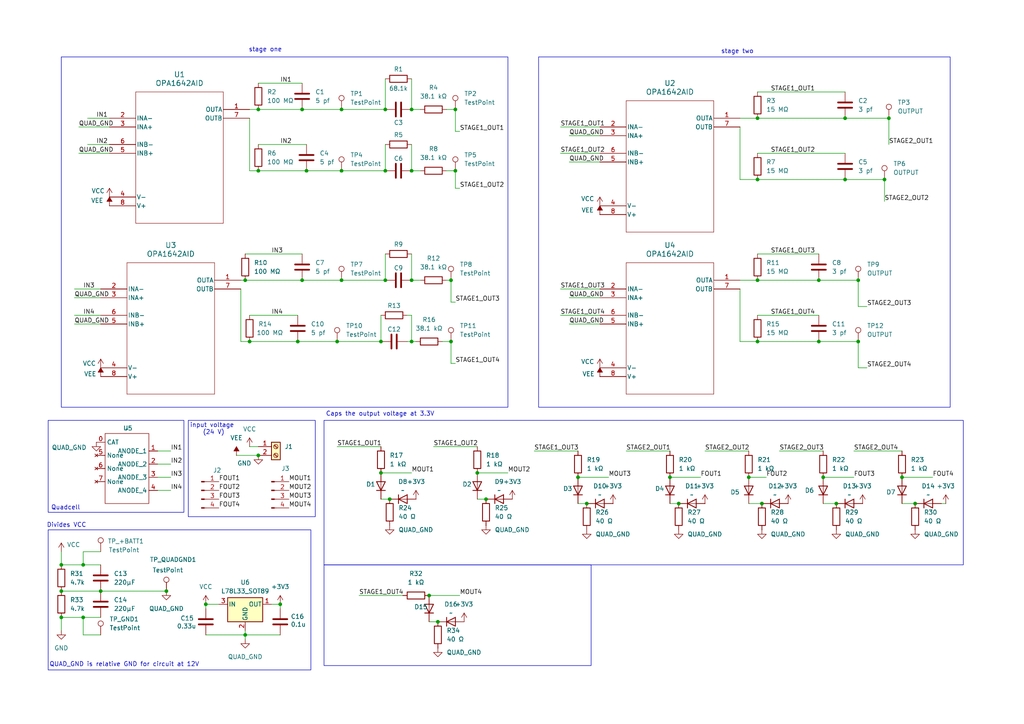
<source format=kicad_sch>
(kicad_sch (version 20231120) (generator "eeschema") (generator_version "8.0")
  (paper "A4")
  (lib_symbols
    (symbol "Connector:Conn_01x04_Pin" (pin_names (offset 1.016) hide)
      (property "Reference" "J" (at 0 5.08 0))
      (property "Value" "Conn_01x04_Pin" (at 0 -7.62 0))
      (symbol "Conn_01x04_Pin_1_1"
        (pin passive line (at 5.08 2.54 180) (length 3.81) (name "Pin_1") (number "1"))
        (pin passive line (at 5.08 0 180) (length 3.81) (name "Pin_2") (number "2"))
        (pin passive line (at 5.08 -2.54 180) (length 3.81) (name "Pin_3") (number "3"))
        (pin passive line (at 5.08 -5.08 180) (length 3.81) (name "Pin_4") (number "4"))
      )
    )
    (symbol "Connector:Screw_Terminal_01x02" (pin_names (offset 1.016) hide)
      (property "Reference" "J" (at 0 2.54 0))
      (property "Value" "Screw_Terminal_01x02" (at 0 -5.08 0))
      (symbol "Screw_Terminal_01x02_1_1"
        (pin passive line (at -5.08 0 0) (length 3.81) (name "Pin_1") (number "1"))
        (pin passive line (at -5.08 -2.54 0) (length 3.81) (name "Pin_2") (number "2"))
      )
    )
    (symbol "Connector:TestPoint" (pin_numbers hide) (pin_names (offset 0.762) hide)
      (property "Reference" "TP" (at 0 6.858 0))
      (property "Value" "TestPoint" (at 0 5.08 0))
      (symbol "TestPoint_1_1"
        (pin passive line (at 0 0 90) (length 2.54) (name "1") (number "1"))
      )
    )
    (symbol "Device:C" (pin_numbers hide) (pin_names (offset 0.254))
      (property "Reference" "C" (at 0.635 2.54 0))
      (property "Value" "C" (at 0.635 -2.54 0))
      (symbol "C_1_1"
        (pin passive line (at 0 3.81 270) (length 2.794) (name "~") (number "1"))
        (pin passive line (at 0 -3.81 90) (length 2.794) (name "~") (number "2"))
      )
    )
    (symbol "Device:R" (pin_numbers hide) (pin_names (offset 0))
      (property "Reference" "R" (at 2.032 0 90))
      (property "Value" "R" (at 0 0 90))
      (symbol "R_1_1"
        (pin passive line (at 0 3.81 270) (length 1.27) (name "~") (number "1"))
        (pin passive line (at 0 -3.81 90) (length 1.27) (name "~") (number "2"))
      )
    )
    (symbol "Diode:1N4001" (pin_numbers hide) (pin_names hide)
      (property "Reference" "D" (at 0 2.54 0))
      (property "Value" "1N4001" (at 0 -2.54 0))
      (symbol "1N4001_1_1"
        (pin passive line (at -3.81 0 0) (length 2.54) (name "K") (number "1"))
        (pin passive line (at 3.81 0 180) (length 2.54) (name "A") (number "2"))
      )
    )
    (symbol "OPA 1642:OPA1642AID" (pin_names (offset 0.254))
      (property "Reference" "U" (at 20.32 12.7 0))
      (property "Value" "OPA1642AID" (at 20.32 10.16 0))
      (symbol "OPA1642AID_0_1"
        (pin output line (at 40.64 2.54 180) (length 7.62) (name "OUTA") (number "1"))
        (pin input line (at 0 0 0) (length 7.62) (name "INA-") (number "2"))
        (pin input line (at 0 -2.54 0) (length 7.62) (name "INA+") (number "3"))
        (pin power_in line (at 0 -22.86 0) (length 7.62) (name "V-") (number "4"))
        (pin input line (at 0 -10.16 0) (length 7.62) (name "INB+") (number "5"))
        (pin input line (at 0 -7.62 0) (length 7.62) (name "INB-") (number "6"))
        (pin output line (at 40.64 0 180) (length 7.62) (name "OUTB") (number "7"))
        (pin power_in line (at 0 -25.4 0) (length 7.62) (name "V+") (number "8"))
      )
    )
    (symbol "OSI:InGaAS-Q1000"
      (property "Reference" "U" (at 0 -0.508 0))
      (symbol "InGaAS-Q1000_1_1"
        (pin passive line (at -8.89 7.62 0) (length 2.54) (name "CAT") (number "0"))
        (pin passive line (at 8.89 5.08 180) (length 2.54) (name "ANODE_1") (number "1"))
        (pin passive line (at 8.89 1.27 180) (length 2.54) (name "ANODE_2") (number "2"))
        (pin passive line (at 8.89 -2.54 180) (length 2.54) (name "ANODE_3") (number "3"))
        (pin passive line (at 8.89 -6.35 180) (length 2.54) (name "ANODE_4") (number "4"))
        (pin no_connect line (at -8.89 3.81 0) (length 2.54) (name "None") (number "5"))
        (pin no_connect line (at -8.89 0 0) (length 2.54) (name "None") (number "6"))
        (pin no_connect line (at -8.89 -3.81 0) (length 2.54) (name "None") (number "7"))
      )
    )
    (symbol "Regulator_Linear:L78L33_SOT89" (pin_names (offset 0.254))
      (property "Reference" "U" (at -3.81 3.175 0))
      (property "Value" "L78L33_SOT89" (at -0.635 3.175 0))
      (symbol "L78L33_SOT89_1_1"
        (pin power_out line (at 7.62 0 180) (length 2.54) (name "OUT") (number "1"))
        (pin power_in line (at 0 -7.62 90) (length 2.54) (name "GND") (number "2"))
        (pin power_in line (at -7.62 0 0) (length 2.54) (name "IN") (number "3"))
      )
    )
    (symbol "power:+3V3" (power) (pin_numbers hide) (pin_names (offset 0) hide)
      (property "Value" "+3V3" (at 0 3.556 0))
      (symbol "+3V3_1_1"
        (pin power_in line (at 0 0 90) (length 0) (name "~") (number "1"))
      )
    )
    (symbol "power:GND" (power) (pin_numbers hide) (pin_names (offset 0) hide)
      (property "Value" "GND" (at 0 -3.81 0))
      (symbol "GND_1_1"
        (pin power_in line (at 0 0 270) (length 0) (name "~") (number "1"))
      )
    )
    (symbol "power:VCC" (power) (pin_numbers hide) (pin_names (offset 0) hide)
      (property "Value" "VCC" (at 0 3.556 0))
      (symbol "VCC_1_1"
        (pin power_in line (at 0 0 90) (length 0) (name "~") (number "1"))
      )
    )
    (symbol "power:VEE" (power) (pin_numbers hide) (pin_names (offset 0) hide)
      (property "Value" "VEE" (at 0 3.556 0))
      (symbol "VEE_1_1"
        (pin power_in line (at 0 0 90) (length 0) (name "~") (number "1"))
      )
    )
  )
  (junction (at 24.13 179.07))
  (junction (at 167.64 138.43))
  (junction (at 99.06 31.75))
  (junction (at 110.49 137.16))
  (junction (at 220.98 146.05))
  (junction (at 71.12 184.15))
  (junction (at 127 180.34))
  (junction (at 24.13 163.83))
  (junction (at 130.81 81.28))
  (junction (at 119.38 31.75))
  (junction (at 48.26 171.45))
  (junction (at 219.71 99.06))
  (junction (at 29.21 171.45))
  (junction (at 17.78 179.07))
  (junction (at 111.76 31.75))
  (junction (at 17.78 163.83))
  (junction (at 86.36 99.06))
  (junction (at 74.93 132.08))
  (junction (at 88.9 49.53))
  (junction (at 124.46 172.72))
  (junction (at 111.76 49.53))
  (junction (at 237.49 81.28))
  (junction (at 170.18 146.05))
  (junction (at 217.17 138.43))
  (junction (at 132.08 31.75))
  (junction (at 138.43 137.16))
  (junction (at 219.71 52.07))
  (junction (at 238.76 138.43))
  (junction (at 71.12 81.28))
  (junction (at 72.39 99.06))
  (junction (at 130.81 99.06))
  (junction (at 119.38 49.53))
  (junction (at 111.76 81.28))
  (junction (at 87.63 81.28))
  (junction (at 74.93 31.75))
  (junction (at 245.11 34.29))
  (junction (at 59.69 175.26))
  (junction (at 17.78 171.45))
  (junction (at 196.85 146.05))
  (junction (at 113.03 144.78))
  (junction (at 219.71 34.29))
  (junction (at 97.79 99.06))
  (junction (at 256.54 52.07))
  (junction (at 245.11 52.07))
  (junction (at 119.38 81.28))
  (junction (at 248.92 81.28))
  (junction (at 265.43 146.05))
  (junction (at 87.63 31.75))
  (junction (at 261.62 138.43))
  (junction (at 194.31 138.43))
  (junction (at 99.06 49.53))
  (junction (at 119.38 99.06))
  (junction (at 219.71 81.28))
  (junction (at 99.06 81.28))
  (junction (at 81.28 175.26))
  (junction (at 257.81 34.29))
  (junction (at 140.97 144.78))
  (junction (at 74.93 49.53))
  (junction (at 237.49 99.06))
  (junction (at 248.92 99.06))
  (junction (at 132.08 49.53))
  (junction (at 242.57 146.05))
  (junction (at 110.49 99.06))
  (wire (pts (xy 219.71 52.07) (xy 245.11 52.07)))
  (wire (pts (xy 99.06 49.53) (xy 111.76 49.53)))
  (wire (pts (xy 97.79 99.06) (xy 110.49 99.06)))
  (wire (pts (xy 129.54 81.28) (xy 130.81 81.28)))
  (wire (pts (xy 204.47 130.81) (xy 217.17 130.81)))
  (wire (pts (xy 165.1 86.36) (xy 173.99 86.36)))
  (wire (pts (xy 72.39 34.29) (xy 72.39 49.53)))
  (wire (pts (xy 247.65 130.81) (xy 261.62 130.81)))
  (wire (pts (xy 214.63 36.83) (xy 214.63 52.07)))
  (wire (pts (xy 24.13 184.15) (xy 24.13 179.07)))
  (wire (pts (xy 111.76 22.86) (xy 111.76 31.75)))
  (wire (pts (xy 125.73 129.54) (xy 138.43 129.54)))
  (wire (pts (xy 69.85 99.06) (xy 72.39 99.06)))
  (wire (pts (xy 217.17 146.05) (xy 220.98 146.05)))
  (wire (pts (xy 219.71 91.44) (xy 237.49 91.44)))
  (wire (pts (xy 81.28 175.26) (xy 81.28 176.53)))
  (wire (pts (xy 130.81 105.41) (xy 130.81 99.06)))
  (wire (pts (xy 130.81 87.63) (xy 132.08 87.63)))
  (wire (pts (xy 181.61 130.81) (xy 194.31 130.81)))
  (wire (pts (xy 119.38 91.44) (xy 119.38 99.06)))
  (wire (pts (xy 248.92 88.9) (xy 248.92 81.28)))
  (wire (pts (xy 129.54 31.75) (xy 132.08 31.75)))
  (wire (pts (xy 162.56 83.82) (xy 173.99 83.82)))
  (wire (pts (xy 256.54 58.42) (xy 256.54 52.07)))
  (wire (pts (xy 237.49 81.28) (xy 248.92 81.28)))
  (wire (pts (xy 72.39 129.54) (xy 74.93 129.54)))
  (wire (pts (xy 99.06 81.28) (xy 111.76 81.28)))
  (wire (pts (xy 74.93 31.75) (xy 87.63 31.75)))
  (wire (pts (xy 71.12 73.66) (xy 87.63 73.66)))
  (wire (pts (xy 97.79 129.54) (xy 110.49 129.54)))
  (wire (pts (xy 71.12 185.42) (xy 71.12 184.15)))
  (wire (pts (xy 214.63 83.82) (xy 214.63 99.06)))
  (wire (pts (xy 226.06 130.81) (xy 238.76 130.81)))
  (wire (pts (xy 25.4 34.29) (xy 31.75 34.29)))
  (wire (pts (xy 72.39 49.53) (xy 74.93 49.53)))
  (wire (pts (xy 59.69 175.26) (xy 59.69 176.53)))
  (wire (pts (xy 238.76 146.05) (xy 242.57 146.05)))
  (wire (pts (xy 59.69 175.26) (xy 63.5 175.26)))
  (wire (pts (xy 257.81 41.91) (xy 257.81 34.29)))
  (wire (pts (xy 59.69 184.15) (xy 71.12 184.15)))
  (wire (pts (xy 248.92 106.68) (xy 251.46 106.68)))
  (wire (pts (xy 219.71 73.66) (xy 237.49 73.66)))
  (wire (pts (xy 87.63 31.75) (xy 99.06 31.75)))
  (wire (pts (xy 248.92 88.9) (xy 251.46 88.9)))
  (wire (pts (xy 17.78 171.45) (xy 29.21 171.45)))
  (wire (pts (xy 21.59 86.36) (xy 29.21 86.36)))
  (wire (pts (xy 162.56 36.83) (xy 173.99 36.83)))
  (wire (pts (xy 86.36 99.06) (xy 97.79 99.06)))
  (wire (pts (xy 165.1 93.98) (xy 173.99 93.98)))
  (wire (pts (xy 88.9 49.53) (xy 99.06 49.53)))
  (wire (pts (xy 120.65 99.06) (xy 119.38 99.06)))
  (wire (pts (xy 129.54 49.53) (xy 132.08 49.53)))
  (wire (pts (xy 138.43 144.78) (xy 140.97 144.78)))
  (wire (pts (xy 119.38 41.91) (xy 119.38 49.53)))
  (wire (pts (xy 17.78 163.83) (xy 24.13 163.83)))
  (wire (pts (xy 214.63 99.06) (xy 219.71 99.06)))
  (wire (pts (xy 69.85 83.82) (xy 69.85 99.06)))
  (wire (pts (xy 219.71 34.29) (xy 214.63 34.29)))
  (wire (pts (xy 274.32 146.05) (xy 273.05 146.05)))
  (wire (pts (xy 71.12 81.28) (xy 87.63 81.28)))
  (wire (pts (xy 74.93 24.13) (xy 87.63 24.13)))
  (wire (pts (xy 119.38 99.06) (xy 118.11 99.06)))
  (wire (pts (xy 74.93 31.75) (xy 72.39 31.75)))
  (wire (pts (xy 165.1 39.37) (xy 173.99 39.37)))
  (wire (pts (xy 194.31 138.43) (xy 203.2 138.43)))
  (wire (pts (xy 21.59 91.44) (xy 29.21 91.44)))
  (wire (pts (xy 29.21 184.15) (xy 24.13 184.15)))
  (wire (pts (xy 238.76 138.43) (xy 247.65 138.43)))
  (wire (pts (xy 21.59 83.82) (xy 29.21 83.82)))
  (wire (pts (xy 237.49 99.06) (xy 248.92 99.06)))
  (wire (pts (xy 261.62 138.43) (xy 270.51 138.43)))
  (wire (pts (xy 110.49 137.16) (xy 119.38 137.16)))
  (wire (pts (xy 29.21 160.02) (xy 24.13 160.02)))
  (wire (pts (xy 217.17 138.43) (xy 222.25 138.43)))
  (wire (pts (xy 45.72 130.81) (xy 49.53 130.81)))
  (wire (pts (xy 25.4 41.91) (xy 31.75 41.91)))
  (wire (pts (xy 124.46 180.34) (xy 127 180.34)))
  (wire (pts (xy 219.71 34.29) (xy 245.11 34.29)))
  (wire (pts (xy 130.81 87.63) (xy 130.81 81.28)))
  (wire (pts (xy 24.13 160.02) (xy 24.13 163.83)))
  (wire (pts (xy 130.81 105.41) (xy 132.08 105.41)))
  (wire (pts (xy 121.92 31.75) (xy 119.38 31.75)))
  (wire (pts (xy 167.64 146.05) (xy 170.18 146.05)))
  (wire (pts (xy 69.85 81.28) (xy 71.12 81.28)))
  (wire (pts (xy 110.49 144.78) (xy 113.03 144.78)))
  (wire (pts (xy 74.93 49.53) (xy 88.9 49.53)))
  (wire (pts (xy 119.38 22.86) (xy 119.38 31.75)))
  (wire (pts (xy 132.08 54.61) (xy 133.35 54.61)))
  (wire (pts (xy 68.58 132.08) (xy 74.93 132.08)))
  (wire (pts (xy 71.12 184.15) (xy 71.12 182.88)))
  (wire (pts (xy 219.71 81.28) (xy 237.49 81.28)))
  (wire (pts (xy 245.11 34.29) (xy 257.81 34.29)))
  (wire (pts (xy 72.39 91.44) (xy 86.36 91.44)))
  (wire (pts (xy 219.71 99.06) (xy 237.49 99.06)))
  (wire (pts (xy 219.71 26.67) (xy 245.11 26.67)))
  (wire (pts (xy 214.63 52.07) (xy 219.71 52.07)))
  (wire (pts (xy 194.31 146.05) (xy 196.85 146.05)))
  (wire (pts (xy 111.76 41.91) (xy 111.76 49.53)))
  (wire (pts (xy 132.08 54.61) (xy 132.08 49.53)))
  (wire (pts (xy 45.72 138.43) (xy 49.53 138.43)))
  (wire (pts (xy 22.86 36.83) (xy 31.75 36.83)))
  (wire (pts (xy 132.08 38.1) (xy 133.35 38.1)))
  (wire (pts (xy 21.59 93.98) (xy 29.21 93.98)))
  (wire (pts (xy 22.86 44.45) (xy 31.75 44.45)))
  (wire (pts (xy 245.11 52.07) (xy 256.54 52.07)))
  (wire (pts (xy 72.39 99.06) (xy 86.36 99.06)))
  (wire (pts (xy 17.78 160.02) (xy 17.78 163.83)))
  (wire (pts (xy 167.64 138.43) (xy 176.53 138.43)))
  (wire (pts (xy 24.13 179.07) (xy 29.21 179.07)))
  (wire (pts (xy 74.93 41.91) (xy 88.9 41.91)))
  (wire (pts (xy 45.72 134.62) (xy 49.53 134.62)))
  (wire (pts (xy 124.46 172.72) (xy 133.35 172.72)))
  (wire (pts (xy 261.62 146.05) (xy 265.43 146.05)))
  (wire (pts (xy 110.49 91.44) (xy 110.49 99.06)))
  (wire (pts (xy 17.78 179.07) (xy 24.13 179.07)))
  (wire (pts (xy 219.71 44.45) (xy 245.11 44.45)))
  (wire (pts (xy 154.94 130.81) (xy 167.64 130.81)))
  (wire (pts (xy 45.72 142.24) (xy 49.53 142.24)))
  (wire (pts (xy 104.14 172.72) (xy 116.84 172.72)))
  (wire (pts (xy 71.12 184.15) (xy 81.28 184.15)))
  (wire (pts (xy 162.56 44.45) (xy 173.99 44.45)))
  (wire (pts (xy 111.76 73.66) (xy 111.76 81.28)))
  (wire (pts (xy 17.78 179.07) (xy 17.78 182.88)))
  (wire (pts (xy 29.21 171.45) (xy 48.26 171.45)))
  (wire (pts (xy 119.38 73.66) (xy 119.38 81.28)))
  (wire (pts (xy 99.06 31.75) (xy 111.76 31.75)))
  (wire (pts (xy 24.13 163.83) (xy 29.21 163.83)))
  (wire (pts (xy 121.92 49.53) (xy 119.38 49.53)))
  (wire (pts (xy 119.38 91.44) (xy 118.11 91.44)))
  (wire (pts (xy 165.1 46.99) (xy 173.99 46.99)))
  (wire (pts (xy 78.74 175.26) (xy 81.28 175.26)))
  (wire (pts (xy 121.92 81.28) (xy 119.38 81.28)))
  (wire (pts (xy 132.08 38.1) (xy 132.08 31.75)))
  (wire (pts (xy 214.63 81.28) (xy 219.71 81.28)))
  (wire (pts (xy 128.27 99.06) (xy 130.81 99.06)))
  (wire (pts (xy 162.56 91.44) (xy 173.99 91.44)))
  (wire (pts (xy 138.43 137.16) (xy 147.32 137.16)))
  (wire (pts (xy 248.92 106.68) (xy 248.92 99.06)))
  (wire (pts (xy 87.63 81.28) (xy 99.06 81.28)))
  (rectangle (start 93.98 121.92) (end 279.4 163.83))
  (rectangle (start 13.97 153.67) (end 90.17 194.31))
  (rectangle (start 17.78 16.51) (end 147.32 118.11))
  (rectangle (start 13.97 121.92) (end 53.34 148.59))
  (rectangle (start 54.61 121.92) (end 91.44 149.86))
  (rectangle (start 93.98 163.83) (end 171.45 193.04))
  (rectangle (start 156.21 16.51) (end 275.59 118.11))
  (text "Quadcell" (at 19.05 147.32 0) (effects (font (size 1.27 1.27))))
  (text "Divides VCC" (at 19.304 152.4 0) (effects (font (size 1.27 1.27))))
  (text "QUAD_GND is relative GND for circuit at 12V\n" (at 36.068 192.786 0) (effects (font (size 1.27 1.27))))
  (text "input voltage \n(24 V)" (at 61.976 124.46 0) (effects (font (size 1.27 1.27))))
  (text "stage two" (at 213.868 14.986 0) (effects (font (size 1.27 1.27))))
  (text "Caps the output voltage at 3.3V " (at 110.744 120.142 0) (effects (font (size 1.27 1.27))))
  (text "stage one" (at 76.962 14.478 0) (effects (font (size 1.27 1.27))))
  (label "STAGE2_OUT1" (at 257.81 41.91 0))
  (label "QUAD_GND" (at 165.1 86.36 0))
  (label "STAGE2_OUT4" (at 247.65 130.81 0))
  (label "STAGE1_OUT3" (at 154.94 130.81 0))
  (label "QUAD_GND" (at 21.59 93.98 0))
  (label "MOUT2" (at 83.82 142.24 0))
  (label "IN1" (at 49.53 130.81 0))
  (label "FOUT4" (at 63.5 147.32 0))
  (label "STAGE1_OUT4" (at 162.56 91.44 0))
  (label "STAGE2_OUT2" (at 204.47 130.81 0))
  (label "IN2" (at 49.53 134.62 0))
  (label "STAGE1_OUT4" (at 223.52 91.44 0))
  (label "IN2" (at 27.94 41.91 0))
  (label "IN4" (at 24.13 91.44 0))
  (label "MOUT3" (at 176.53 138.43 0))
  (label "STAGE1_OUT4" (at 132.08 105.41 0))
  (label "STAGE1_OUT3" (at 132.08 87.63 0))
  (label "QUAD_GND" (at 165.1 39.37 0))
  (label "FOUT1" (at 203.2 138.43 0))
  (label "IN2" (at 81.28 41.91 0))
  (label "FOUT4" (at 270.51 138.43 0))
  (label "STAGE2_OUT1" (at 181.61 130.81 0))
  (label "IN3" (at 24.13 83.82 0))
  (label "STAGE2_OUT3" (at 226.06 130.81 0))
  (label "STAGE1_OUT1" (at 162.56 36.83 0))
  (label "STAGE1_OUT2" (at 125.73 129.54 0))
  (label "STAGE1_OUT2" (at 133.35 54.61 0))
  (label "STAGE1_OUT2" (at 223.52 44.45 0))
  (label "MOUT2" (at 147.32 137.16 0))
  (label "STAGE1_OUT1" (at 223.52 26.67 0))
  (label "IN4" (at 49.53 142.24 0))
  (label "QUAD_GND" (at 21.59 86.36 0))
  (label "QUAD_GND" (at 22.86 36.83 0))
  (label "IN1" (at 81.28 24.13 0))
  (label "QUAD_GND" (at 165.1 46.99 0))
  (label "QUAD_GND" (at 165.1 93.98 0))
  (label "STAGE1_OUT2" (at 162.56 44.45 0))
  (label "STAGE1_OUT1" (at 97.79 129.54 0))
  (label "STAGE2_OUT4" (at 251.46 106.68 0))
  (label "QUAD_GND" (at 22.86 44.45 0))
  (label "STAGE2_OUT3" (at 251.46 88.9 0))
  (label "IN3" (at 49.53 138.43 0))
  (label "MOUT1" (at 83.82 139.7 0))
  (label "IN4" (at 78.74 91.44 0))
  (label "FOUT2" (at 63.5 142.24 0))
  (label "IN3" (at 78.74 73.66 0))
  (label "IN1" (at 27.94 34.29 0))
  (label "FOUT3" (at 247.65 138.43 0))
  (label "FOUT2" (at 222.25 138.43 0))
  (label "STAGE1_OUT3" (at 223.52 73.66 0))
  (label "STAGE1_OUT1" (at 133.35 38.1 0))
  (label "MOUT4" (at 83.82 147.32 0))
  (label "STAGE1_OUT4" (at 104.14 172.72 0))
  (label "MOUT3" (at 83.82 144.78 0))
  (label "MOUT4" (at 133.35 172.72 0))
  (label "FOUT1" (at 63.5 139.7 0))
  (label "FOUT3" (at 63.5 144.78 0))
  (label "STAGE1_OUT3" (at 162.56 83.82 0))
  (label "STAGE2_OUT2" (at 256.54 58.42 0))
  (label "MOUT1" (at 119.38 137.16 0))
  (symbol (lib_id "Device:R") (at 194.31 134.62 180) (unit 1)
    (property "Reference" "R20" (at 196.85 133.3499 0) (effects (justify right)))
    (property "Value" "1 kΩ" (at 196.85 135.8899 0) (effects (justify right)))
    (property "Footprint" "Resistor_SMD:R_0805_2012Metric_Pad1.20x1.40mm_HandSolder" (effects (hide yes)))
    (property "Description" "Resistor" (effects (hide yes)))
  )
  (symbol (lib_id "Device:C") (at 29.21 167.64 0) (unit 1)
    (property "Reference" "C13" (at 33.02 166.3699 0) (effects (justify left)))
    (property "Value" "220µF" (at 33.02 168.9099 0) (effects (justify left)))
    (property "Footprint" "Capacitor_THT:CP_Radial_D5.0mm_P2.00mm" (effects (hide yes)))
    (property "Description" "Unpolarized capacitor" (effects (hide yes)))
  )
  (symbol (lib_id "Connector:TestPoint") (at 99.06 49.53 0) (unit 1)
    (property "Reference" "TP4" (at 101.6 44.9579 0) (effects (justify left)))
    (property "Value" "TestPoint" (at 101.6 47.4979 0) (effects (justify left)))
    (property "Footprint" "TestPoint:TestPoint_Pad_2.0x2.0mm" (effects (hide yes)))
    (property "Description" "test point" (effects (hide yes)))
  )
  (symbol (lib_id "Device:R") (at 17.78 175.26 0) (unit 1)
    (property "Reference" "R33" (at 20.32 173.9899 0) (effects (justify left)))
    (property "Value" "4.7k" (at 20.32 176.5299 0) (effects (justify left)))
    (property "Footprint" "Resistor_SMD:R_0805_2012Metric_Pad1.20x1.40mm_HandSolder" (effects (hide yes)))
    (property "Description" "Resistor" (effects (hide yes)))
  )
  (symbol (lib_id "Device:C") (at 245.11 30.48 0) (unit 1)
    (property "Reference" "C2" (at 248.92 29.2099 0) (effects (justify left)))
    (property "Value" "3 pf" (at 248.92 31.7499 0) (effects (justify left)))
    (property "Footprint" "Capacitor_SMD:C_0805_2012Metric_Pad1.18x1.45mm_HandSolder" (effects (hide yes)))
    (property "Description" "Unpolarized capacitor" (effects (hide yes)))
  )
  (symbol (lib_id "Device:R") (at 265.43 149.86 180) (unit 1)
    (property "Reference" "R30" (at 267.97 148.5899 0) (effects (justify right)))
    (property "Value" "40 Ω" (at 267.97 151.1299 0) (effects (justify right)))
    (property "Footprint" "Resistor_SMD:R_0805_2012Metric_Pad1.20x1.40mm_HandSolder" (effects (hide yes)))
    (property "Description" "Resistor" (effects (hide yes)))
  )
  (symbol (lib_id "power:VCC") (at 29.21 106.68 0) (unit 1)
    (property "Reference" "#PWR05" (effects (hide yes)))
    (property "Value" "VCC" (at 25.908 105.41 0))
    (property "Description" "Power symbol creates a global label with name \"VCC\"" (effects (hide yes)))
  )
  (symbol (lib_id "power:+3V3") (at 250.19 146.05 0) (unit 1)
    (property "Reference" "#PWR018" (effects (hide yes)))
    (property "Value" "+3V3" (at 250.19 140.97 0))
    (property "Description" "Power symbol creates a global label with name \"+3V3\"" (effects (hide yes)))
  )
  (symbol (lib_id "power:GND") (at 265.43 153.67 0) (unit 1)
    (property "Reference" "#PWR026" (effects (hide yes)))
    (property "Value" "QUAD_GND" (at 267.97 154.9399 0) (effects (justify left)))
    (property "Description" "Power symbol creates a global label with name \"GND\" , ground" (effects (hide yes)))
  )
  (symbol (lib_id "Device:R") (at 170.18 149.86 180) (unit 1)
    (property "Reference" "R26" (at 172.72 148.5899 0) (effects (justify right)))
    (property "Value" "40 Ω" (at 172.72 151.1299 0) (effects (justify right)))
    (property "Footprint" "Resistor_SMD:R_0805_2012Metric_Pad1.20x1.40mm_HandSolder" (effects (hide yes)))
    (property "Description" "Resistor" (effects (hide yes)))
  )
  (symbol (lib_id "power:VCC") (at 173.99 59.69 0) (unit 1)
    (property "Reference" "#PWR03" (effects (hide yes)))
    (property "Value" "VCC" (at 170.434 57.658 0))
    (property "Description" "Power symbol creates a global label with name \"VCC\"" (effects (hide yes)))
  )
  (symbol (lib_id "Device:R") (at 124.46 99.06 90) (unit 1)
    (property "Reference" "R16" (at 124.46 92.71 90))
    (property "Value" "38.1 kΩ" (at 124.46 95.25 90))
    (property "Footprint" "Resistor_SMD:R_0805_2012Metric_Pad1.20x1.40mm_HandSolder" (effects (hide yes)))
    (property "Description" "Resistor" (effects (hide yes)))
  )
  (symbol (lib_id "power:+3V3") (at 81.28 175.26 0) (unit 1)
    (property "Reference" "#PWR030" (effects (hide yes)))
    (property "Value" "+3V3" (at 81.28 170.18 0))
    (property "Description" "Power symbol creates a global label with name \"+3V3\"" (effects (hide yes)))
  )
  (symbol (lib_id "Diode:1N4001") (at 124.46 176.53 90) (unit 1)
    (property "Reference" "D15" (at 120.142 176.022 90) (effects (justify right)))
    (property "Footprint" "Diode_SMD:D_0805_2012Metric_Pad1.15x1.40mm_HandSolder" (effects (hide yes)))
    (property "Datasheet" "http://www.vishay.com/docs/88503/1n4001.pdf" (effects (hide yes)))
    (property "Description" "50V 1A General Purpose Rectifier Diode, DO-41" (effects (hide yes)))
    (property "Sim.Device" "D" (effects (hide yes)))
    (property "Sim.Pins" "1=K 2=A" (effects (hide yes)))
  )
  (symbol (lib_id "Device:R") (at 217.17 134.62 180) (unit 1)
    (property "Reference" "R21" (at 219.71 133.3499 0) (effects (justify right)))
    (property "Value" "1 kΩ" (at 219.71 135.8899 0) (effects (justify right)))
    (property "Footprint" "Resistor_SMD:R_0805_2012Metric_Pad1.20x1.40mm_HandSolder" (effects (hide yes)))
    (property "Description" "Resistor" (effects (hide yes)))
  )
  (symbol (lib_id "Diode:1N4001") (at 200.66 146.05 0) (unit 1)
    (property "Reference" "D11" (at 200.66 140.97 0))
    (property "Value" "~" (at 200.66 143.51 0))
    (property "Footprint" "Diode_SMD:D_0805_2012Metric_Pad1.15x1.40mm_HandSolder" (effects (hide yes)))
    (property "Datasheet" "http://www.vishay.com/docs/88503/1n4001.pdf" (effects (hide yes)))
    (property "Description" "50V 1A General Purpose Rectifier Diode, DO-41" (effects (hide yes)))
    (property "Sim.Device" "D" (effects (hide yes)))
    (property "Sim.Pins" "1=K 2=A" (effects (hide yes)))
  )
  (symbol (lib_id "Device:C") (at 114.3 99.06 90) (unit 1)
    (property "Reference" "C12" (at 114.3 95.504 90))
    (property "Value" "330 pf" (effects (hide yes)))
    (property "Footprint" "Capacitor_SMD:C_0805_2012Metric_Pad1.18x1.45mm_HandSolder" (effects (hide yes)))
    (property "Description" "Unpolarized capacitor" (effects (hide yes)))
  )
  (symbol (lib_id "Device:C") (at 237.49 77.47 0) (unit 1)
    (property "Reference" "C8" (at 241.3 76.1999 0) (effects (justify left)))
    (property "Value" "3 pf" (at 241.3 78.7399 0) (effects (justify left)))
    (property "Footprint" "Capacitor_SMD:C_0805_2012Metric_Pad1.18x1.45mm_HandSolder" (effects (hide yes)))
    (property "Description" "Unpolarized capacitor" (effects (hide yes)))
  )
  (symbol (lib_id "Connector:TestPoint") (at 248.92 81.28 0) (unit 1)
    (property "Reference" "TP9" (at 251.46 76.7079 0) (effects (justify left)))
    (property "Value" "OUTPUT" (at 251.46 79.2479 0) (effects (justify left)))
    (property "Footprint" "TestPoint:TestPoint_Loop_D2.50mm_Drill1.0mm" (effects (hide yes)))
    (property "Description" "test point" (effects (hide yes)))
  )
  (symbol (lib_id "Device:R") (at 125.73 31.75 90) (unit 1)
    (property "Reference" "R4" (at 125.73 25.4 90))
    (property "Value" "38.1 kΩ" (at 125.73 27.94 90))
    (property "Footprint" "Resistor_SMD:R_0805_2012Metric_Pad1.20x1.40mm_HandSolder" (effects (hide yes)))
    (property "Description" "Resistor" (effects (hide yes)))
  )
  (symbol (lib_id "Diode:1N4001") (at 269.24 146.05 0) (unit 1)
    (property "Reference" "D14" (at 269.24 140.97 0))
    (property "Value" "~" (at 269.24 143.51 0))
    (property "Footprint" "Diode_SMD:D_0805_2012Metric_Pad1.15x1.40mm_HandSolder" (effects (hide yes)))
    (property "Datasheet" "http://www.vishay.com/docs/88503/1n4001.pdf" (effects (hide yes)))
    (property "Description" "50V 1A General Purpose Rectifier Diode, DO-41" (effects (hide yes)))
    (property "Sim.Device" "D" (effects (hide yes)))
    (property "Sim.Pins" "1=K 2=A" (effects (hide yes)))
  )
  (symbol (lib_id "power:VCC") (at 173.99 106.68 0) (unit 1)
    (property "Reference" "#PWR06" (effects (hide yes)))
    (property "Value" "VCC" (at 170.434 104.902 0))
    (property "Description" "Power symbol creates a global label with name \"VCC\"" (effects (hide yes)))
  )
  (symbol (lib_id "Device:R") (at 71.12 77.47 180) (unit 1)
    (property "Reference" "R10" (at 73.66 76.1999 0) (effects (justify right)))
    (property "Value" "100 MΩ" (at 73.66 78.7399 0) (effects (justify right)))
    (property "Footprint" "Resistor_SMD:R_0805_2012Metric_Pad1.20x1.40mm_HandSolder" (effects (hide yes)))
    (property "Description" "Resistor" (effects (hide yes)))
  )
  (symbol (lib_id "Connector:TestPoint") (at 257.81 34.29 0) (unit 1)
    (property "Reference" "TP3" (at 260.35 29.7179 0) (effects (justify left)))
    (property "Value" "OUTPUT" (at 260.35 32.2579 0) (effects (justify left)))
    (property "Footprint" "TestPoint:TestPoint_Loop_D2.50mm_Drill1.0mm" (effects (hide yes)))
    (property "Description" "test point" (effects (hide yes)))
  )
  (symbol (lib_id "Device:R") (at 138.43 133.35 180) (unit 1)
    (property "Reference" "R18" (at 140.97 132.0799 0) (effects (justify right)))
    (property "Value" "1 kΩ" (at 140.97 134.6199 0) (effects (justify right)))
    (property "Footprint" "Resistor_SMD:R_0805_2012Metric_Pad1.20x1.40mm_HandSolder" (effects (hide yes)))
    (property "Description" "Resistor" (effects (hide yes)))
  )
  (symbol (lib_id "Diode:1N4001") (at 238.76 142.24 90) (unit 1)
    (property "Reference" "D6" (at 233.426 142.24 90) (effects (justify right)))
    (property "Footprint" "Diode_SMD:D_0805_2012Metric_Pad1.15x1.40mm_HandSolder" (effects (hide yes)))
    (property "Datasheet" "http://www.vishay.com/docs/88503/1n4001.pdf" (effects (hide yes)))
    (property "Description" "50V 1A General Purpose Rectifier Diode, DO-41" (effects (hide yes)))
    (property "Sim.Device" "D" (effects (hide yes)))
    (property "Sim.Pins" "1=K 2=A" (effects (hide yes)))
  )
  (symbol (lib_id "Device:R") (at 219.71 30.48 0) (unit 1)
    (property "Reference" "R3" (at 222.25 29.2099 0) (effects (justify left)))
    (property "Value" "15 MΩ" (at 222.25 31.7499 0) (effects (justify left)))
    (property "Footprint" "Resistor_SMD:R_0805_2012Metric_Pad1.20x1.40mm_HandSolder" (effects (hide yes)))
    (property "Description" "Resistor" (effects (hide yes)))
  )
  (symbol (lib_id "Connector:TestPoint") (at 29.21 184.15 0) (unit 1)
    (property "Reference" "TP_GND1" (at 31.75 179.5779 0) (effects (justify left)))
    (property "Value" "TestPoint" (at 31.75 182.1179 0) (effects (justify left)))
    (property "Footprint" "TestPoint:TestPoint_THTPad_1.0x1.0mm_Drill0.5mm" (effects (hide yes)))
    (property "Description" "test point" (effects (hide yes)))
  )
  (symbol (lib_id "Diode:1N4001") (at 130.81 180.34 0) (unit 1)
    (property "Reference" "D16" (at 130.81 175.26 0))
    (property "Value" "~" (at 130.81 177.8 0))
    (property "Footprint" "Diode_SMD:D_0805_2012Metric_Pad1.15x1.40mm_HandSolder" (effects (hide yes)))
    (property "Datasheet" "http://www.vishay.com/docs/88503/1n4001.pdf" (effects (hide yes)))
    (property "Description" "50V 1A General Purpose Rectifier Diode, DO-41" (effects (hide yes)))
    (property "Sim.Device" "D" (effects (hide yes)))
    (property "Sim.Pins" "1=K 2=A" (effects (hide yes)))
  )
  (symbol (lib_id "OPA 1642:OPA1642AID") (at 173.99 36.83 0) (unit 1)
    (property "Reference" "U2" (at 194.31 24.13 0) (effects (font (size 1.524 1.524))))
    (property "Value" "OPA1642AID" (at 194.31 26.67 0) (effects (font (size 1.524 1.524))))
    (property "Footprint" "OPA1642:D8" (effects (hide yes)))
    (property "Datasheet" "OPA1642AID" (effects (hide yes)))
  )
  (symbol (lib_id "Connector:TestPoint") (at 130.81 99.06 0) (unit 1)
    (property "Reference" "TP11" (at 133.35 94.4879 0) (effects (justify left)))
    (property "Value" "TestPoint" (at 133.35 97.0279 0) (effects (justify left)))
    (property "Footprint" "TestPoint:TestPoint_Pad_2.0x2.0mm" (effects (hide yes)))
    (property "Description" "test point" (effects (hide yes)))
  )
  (symbol (lib_id "Device:C") (at 115.57 81.28 90) (unit 1)
    (property "Reference" "C9" (at 115.57 77.724 90))
    (property "Value" "330 pf" (effects (hide yes)))
    (property "Footprint" "Capacitor_SMD:C_0805_2012Metric_Pad1.18x1.45mm_HandSolder" (effects (hide yes)))
    (property "Description" "Unpolarized capacitor" (effects (hide yes)))
  )
  (symbol (lib_id "OPA 1642:OPA1642AID") (at 31.75 34.29 0) (unit 1)
    (property "Reference" "U1" (at 52.07 21.59 0) (effects (font (size 1.524 1.524))))
    (property "Value" "OPA1642AID" (at 52.07 24.13 0) (effects (font (size 1.524 1.524))))
    (property "Footprint" "OPA1642:D8" (effects (hide yes)))
    (property "Datasheet" "OPA1642AID" (effects (hide yes)))
  )
  (symbol (lib_id "power:+3V3") (at 228.6 146.05 0) (unit 1)
    (property "Reference" "#PWR017" (effects (hide yes)))
    (property "Value" "+3V3" (at 228.6 140.97 0))
    (property "Description" "Power symbol creates a global label with name \"+3V3\"" (effects (hide yes)))
  )
  (symbol (lib_id "Device:R") (at 167.64 134.62 180) (unit 1)
    (property "Reference" "R19" (at 170.18 133.3499 0) (effects (justify right)))
    (property "Value" "1 kΩ" (at 170.18 135.8899 0) (effects (justify right)))
    (property "Footprint" "Resistor_SMD:R_0805_2012Metric_Pad1.20x1.40mm_HandSolder" (effects (hide yes)))
    (property "Description" "Resistor" (effects (hide yes)))
  )
  (symbol (lib_id "Connector:Conn_01x04_Pin") (at 78.74 142.24 0) (unit 1)
    (property "Reference" "J3" (at 82.804 135.89 0))
    (property "Value" "Conn_01x04_Pin" (effects (hide yes)))
    (property "Footprint" "Connector_PinHeader_2.54mm:PinHeader_1x04_P2.54mm_Vertical" (effects (hide yes)))
    (property "Description" "Generic connector, single row, 01x04, script generated" (effects (hide yes)))
  )
  (symbol (lib_id "Diode:1N4001") (at 116.84 144.78 0) (unit 1)
    (property "Reference" "D8" (at 116.84 139.7 0))
    (property "Value" "~" (at 116.84 142.24 0))
    (property "Footprint" "Diode_SMD:D_0805_2012Metric_Pad1.15x1.40mm_HandSolder" (effects (hide yes)))
    (property "Datasheet" "http://www.vishay.com/docs/88503/1n4001.pdf" (effects (hide yes)))
    (property "Description" "50V 1A General Purpose Rectifier Diode, DO-41" (effects (hide yes)))
    (property "Sim.Device" "D" (effects (hide yes)))
    (property "Sim.Pins" "1=K 2=A" (effects (hide yes)))
  )
  (symbol (lib_id "Device:C") (at 245.11 48.26 0) (unit 1)
    (property "Reference" "C5" (at 248.92 46.9899 0) (effects (justify left)))
    (property "Value" "3 pf" (at 248.92 49.5299 0) (effects (justify left)))
    (property "Footprint" "Capacitor_SMD:C_0805_2012Metric_Pad1.18x1.45mm_HandSolder" (effects (hide yes)))
    (property "Description" "Unpolarized capacitor" (effects (hide yes)))
  )
  (symbol (lib_id "power:GND") (at 220.98 153.67 0) (unit 1)
    (property "Reference" "#PWR024" (effects (hide yes)))
    (property "Value" "QUAD_GND" (at 223.52 154.9399 0) (effects (justify left)))
    (property "Description" "Power symbol creates a global label with name \"GND\" , ground" (effects (hide yes)))
  )
  (symbol (lib_id "Diode:1N4001") (at 173.99 146.05 0) (unit 1)
    (property "Reference" "D10" (at 173.99 140.97 0))
    (property "Value" "~" (at 173.99 143.51 0))
    (property "Footprint" "Diode_SMD:D_0805_2012Metric_Pad1.15x1.40mm_HandSolder" (effects (hide yes)))
    (property "Datasheet" "http://www.vishay.com/docs/88503/1n4001.pdf" (effects (hide yes)))
    (property "Description" "50V 1A General Purpose Rectifier Diode, DO-41" (effects (hide yes)))
    (property "Sim.Device" "D" (effects (hide yes)))
    (property "Sim.Pins" "1=K 2=A" (effects (hide yes)))
  )
  (symbol (lib_id "Device:R") (at 140.97 148.59 180) (unit 1)
    (property "Reference" "R25" (at 143.51 147.3199 0) (effects (justify right)))
    (property "Value" "40 Ω" (at 143.51 149.8599 0) (effects (justify right)))
    (property "Footprint" "Resistor_SMD:R_0805_2012Metric_Pad1.20x1.40mm_HandSolder" (effects (hide yes)))
    (property "Description" "Resistor" (effects (hide yes)))
  )
  (symbol (lib_id "power:+3V3") (at 134.62 180.34 0) (unit 1)
    (property "Reference" "#PWR031" (effects (hide yes)))
    (property "Value" "+3V3" (at 134.62 175.26 0))
    (property "Description" "Power symbol creates a global label with name \"+3V3\"" (effects (hide yes)))
  )
  (symbol (lib_id "power:+3V3") (at 177.8 146.05 0) (unit 1)
    (property "Reference" "#PWR015" (effects (hide yes)))
    (property "Value" "+3V3" (at 177.8 140.97 0))
    (property "Description" "Power symbol creates a global label with name \"+3V3\"" (effects (hide yes)))
  )
  (symbol (lib_id "power:+3V3") (at 274.32 146.05 0) (unit 1)
    (property "Reference" "#PWR019" (effects (hide yes)))
    (property "Value" "+3V3" (at 274.32 140.97 0))
    (property "Description" "Power symbol creates a global label with name \"+3V3\"" (effects (hide yes)))
  )
  (symbol (lib_id "Diode:1N4001") (at 246.38 146.05 0) (unit 1)
    (property "Reference" "D13" (at 246.38 140.97 0))
    (property "Value" "~" (at 246.38 143.51 0))
    (property "Footprint" "Diode_SMD:D_0805_2012Metric_Pad1.15x1.40mm_HandSolder" (effects (hide yes)))
    (property "Datasheet" "http://www.vishay.com/docs/88503/1n4001.pdf" (effects (hide yes)))
    (property "Description" "50V 1A General Purpose Rectifier Diode, DO-41" (effects (hide yes)))
    (property "Sim.Device" "D" (effects (hide yes)))
    (property "Sim.Pins" "1=K 2=A" (effects (hide yes)))
  )
  (symbol (lib_id "Device:R") (at 110.49 133.35 180) (unit 1)
    (property "Reference" "R17" (at 113.03 132.0799 0) (effects (justify right)))
    (property "Value" "1 kΩ" (at 113.03 134.6199 0) (effects (justify right)))
    (property "Footprint" "Resistor_SMD:R_0805_2012Metric_Pad1.20x1.40mm_HandSolder" (effects (hide yes)))
    (property "Description" "Resistor" (effects (hide yes)))
  )
  (symbol (lib_id "Device:C") (at 115.57 31.75 90) (unit 1)
    (property "Reference" "C3" (at 115.57 35.56 90))
    (property "Value" "330 pf" (effects (hide yes)))
    (property "Footprint" "Capacitor_SMD:C_0805_2012Metric_Pad1.18x1.45mm_HandSolder" (effects (hide yes)))
    (property "Description" "Unpolarized capacitor" (effects (hide yes)))
  )
  (symbol (lib_id "Connector:TestPoint") (at 97.79 99.06 0) (unit 1)
    (property "Reference" "TP10" (at 100.33 94.4879 0) (effects (justify left)))
    (property "Value" "TestPoint" (at 100.33 97.0279 0) (effects (justify left)))
    (property "Footprint" "TestPoint:TestPoint_Pad_2.0x2.0mm" (effects (hide yes)))
    (property "Description" "test point" (effects (hide yes)))
  )
  (symbol (lib_id "Connector:TestPoint") (at 248.92 99.06 0) (unit 1)
    (property "Reference" "TP12" (at 251.46 94.4879 0) (effects (justify left)))
    (property "Value" "OUTPUT" (at 251.46 97.0279 0) (effects (justify left)))
    (property "Footprint" "TestPoint:TestPoint_Loop_D2.50mm_Drill1.0mm" (effects (hide yes)))
    (property "Description" "test point" (effects (hide yes)))
  )
  (symbol (lib_id "Diode:1N4001") (at 261.62 142.24 90) (unit 1)
    (property "Reference" "D7" (at 257.048 142.748 90) (effects (justify right)))
    (property "Footprint" "Diode_SMD:D_0805_2012Metric_Pad1.15x1.40mm_HandSolder" (effects (hide yes)))
    (property "Datasheet" "http://www.vishay.com/docs/88503/1n4001.pdf" (effects (hide yes)))
    (property "Description" "50V 1A General Purpose Rectifier Diode, DO-41" (effects (hide yes)))
    (property "Sim.Device" "D" (effects (hide yes)))
    (property "Sim.Pins" "1=K 2=A" (effects (hide yes)))
  )
  (symbol (lib_id "Device:R") (at 115.57 22.86 90) (unit 1)
    (property "Reference" "R1" (at 115.57 20.066 90))
    (property "Value" "68.1k" (at 115.57 25.654 90))
    (property "Footprint" "Resistor_SMD:R_0805_2012Metric_Pad1.20x1.40mm_HandSolder" (effects (hide yes)))
    (property "Description" "Resistor" (effects (hide yes)))
  )
  (symbol (lib_id "Device:C") (at 59.69 180.34 0) (unit 1)
    (property "Reference" "C15" (at 52.324 179.324 0) (effects (justify left)))
    (property "Value" "0.33u" (at 51.308 181.61 0) (effects (justify left)))
    (property "Footprint" "Capacitor_SMD:C_0805_2012Metric_Pad1.18x1.45mm_HandSolder" (effects (hide yes)))
    (property "Description" "Unpolarized capacitor" (effects (hide yes)))
  )
  (symbol (lib_id "Device:R") (at 74.93 45.72 180) (unit 1)
    (property "Reference" "R6" (at 77.47 44.4499 0) (effects (justify right)))
    (property "Value" "100 MΩ" (at 77.47 46.9899 0) (effects (justify right)))
    (property "Footprint" "Resistor_SMD:R_0805_2012Metric_Pad1.20x1.40mm_HandSolder" (effects (hide yes)))
    (property "Description" "Resistor" (effects (hide yes)))
  )
  (symbol (lib_id "power:GND") (at 74.93 132.08 0) (unit 1)
    (property "Reference" "#PWR012" (effects (hide yes)))
    (property "Value" "GND" (at 70.866 134.366 0))
    (property "Description" "Power symbol creates a global label with name \"GND\" , ground" (effects (hide yes)))
  )
  (symbol (lib_id "Device:C") (at 88.9 45.72 0) (unit 1)
    (property "Reference" "C4" (at 92.71 44.4499 0) (effects (justify left)))
    (property "Value" "5 pf" (at 92.71 46.9899 0) (effects (justify left)))
    (property "Footprint" "Capacitor_SMD:C_0805_2012Metric_Pad1.18x1.45mm_HandSolder" (effects (hide yes)))
    (property "Description" "Unpolarized capacitor" (effects (hide yes)))
  )
  (symbol (lib_id "Diode:1N4001") (at 217.17 142.24 90) (unit 1)
    (property "Reference" "D5" (at 211.836 142.748 90) (effects (justify right)))
    (property "Footprint" "Diode_SMD:D_0805_2012Metric_Pad1.15x1.40mm_HandSolder" (effects (hide yes)))
    (property "Datasheet" "http://www.vishay.com/docs/88503/1n4001.pdf" (effects (hide yes)))
    (property "Description" "50V 1A General Purpose Rectifier Diode, DO-41" (effects (hide yes)))
    (property "Sim.Device" "D" (effects (hide yes)))
    (property "Sim.Pins" "1=K 2=A" (effects (hide yes)))
  )
  (symbol (lib_id "Device:R") (at 113.03 148.59 180) (unit 1)
    (property "Reference" "R24" (at 115.57 147.3199 0) (effects (justify right)))
    (property "Value" "40 Ω" (at 115.57 149.8599 0) (effects (justify right)))
    (property "Footprint" "Resistor_SMD:R_0805_2012Metric_Pad1.20x1.40mm_HandSolder" (effects (hide yes)))
    (property "Description" "Resistor" (effects (hide yes)))
  )
  (symbol (lib_id "power:GND") (at 71.12 185.42 0) (unit 1)
    (property "Reference" "#PWR033" (effects (hide yes)))
    (property "Value" "QUAD_GND" (at 71.12 190.5 0))
    (property "Description" "Power symbol creates a global label with name \"GND\" , ground" (effects (hide yes)))
  )
  (symbol (lib_id "Connector:TestPoint") (at 132.08 49.53 0) (unit 1)
    (property "Reference" "TP5" (at 134.62 44.9579 0) (effects (justify left)))
    (property "Value" "TestPoint" (at 134.62 47.4979 0) (effects (justify left)))
    (property "Footprint" "TestPoint:TestPoint_Pad_2.0x2.0mm" (effects (hide yes)))
    (property "Description" "test point" (effects (hide yes)))
  )
  (symbol (lib_id "Device:R") (at 219.71 95.25 0) (unit 1)
    (property "Reference" "R15" (at 222.25 93.9799 0) (effects (justify left)))
    (property "Value" "15 MΩ" (at 222.25 96.5199 0) (effects (justify left)))
    (property "Footprint" "Resistor_SMD:R_0805_2012Metric_Pad1.20x1.40mm_HandSolder" (effects (hide yes)))
    (property "Description" "Resistor" (effects (hide yes)))
  )
  (symbol (lib_id "power:VCC") (at 17.78 160.02 0) (unit 1)
    (property "Reference" "#PWR027" (effects (hide yes)))
    (property "Value" "VCC" (at 21.336 157.988 0))
    (property "Description" "Power symbol creates a global label with name \"VCC\"" (effects (hide yes)))
  )
  (symbol (lib_id "Regulator_Linear:L78L33_SOT89") (at 71.12 175.26 0) (unit 1)
    (property "Reference" "U6" (at 71.12 168.91 0))
    (property "Value" "L78L33_SOT89" (at 71.12 171.45 0))
    (property "Footprint" "Package_TO_SOT_SMD:SOT-89-3" (effects (hide yes)))
    (property "Datasheet" "http://www.st.com/content/ccc/resource/technical/document/datasheet/15/55/e5/aa/23/5b/43/fd/CD00000446.pdf/files/CD00000446.pdf/jcr:content/translations/en.CD00000446.pdf" (effects (hide yes)))
    (property "Description" "Positive 100mA 30V Linear Regulator, Fixed Output 3.3V, SOT-89" (effects (hide yes)))
  )
  (symbol (lib_id "Device:R") (at 242.57 149.86 180) (unit 1)
    (property "Reference" "R29" (at 245.11 148.5899 0) (effects (justify right)))
    (property "Value" "40 Ω" (at 245.11 151.1299 0) (effects (justify right)))
    (property "Footprint" "Resistor_SMD:R_0805_2012Metric_Pad1.20x1.40mm_HandSolder" (effects (hide yes)))
    (property "Description" "Resistor" (effects (hide yes)))
  )
  (symbol (lib_id "power:+3V3") (at 148.59 144.78 0) (unit 1)
    (property "Reference" "#PWR014" (effects (hide yes)))
    (property "Value" "+3V3" (at 148.59 139.7 0))
    (property "Description" "Power symbol creates a global label with name \"+3V3\"" (effects (hide yes)))
  )
  (symbol (lib_id "Device:R") (at 127 184.15 180) (unit 1)
    (property "Reference" "R34" (at 129.54 182.8799 0) (effects (justify right)))
    (property "Value" "40 Ω" (at 129.54 185.4199 0) (effects (justify right)))
    (property "Footprint" "Resistor_SMD:R_0805_2012Metric_Pad1.20x1.40mm_HandSolder" (effects (hide yes)))
    (property "Description" "Resistor" (effects (hide yes)))
  )
  (symbol (lib_id "Device:C") (at 29.21 175.26 0) (unit 1)
    (property "Reference" "C14" (at 33.02 173.9899 0) (effects (justify left)))
    (property "Value" "220µF" (at 33.02 176.5299 0) (effects (justify left)))
    (property "Footprint" "Capacitor_THT:CP_Radial_D5.0mm_P2.00mm" (effects (hide yes)))
    (property "Description" "Unpolarized capacitor" (effects (hide yes)))
  )
  (symbol (lib_id "Device:R") (at 238.76 134.62 180) (unit 1)
    (property "Reference" "R22" (at 241.3 133.3499 0) (effects (justify right)))
    (property "Value" "1 kΩ" (at 241.3 135.8899 0) (effects (justify right)))
    (property "Footprint" "Resistor_SMD:R_0805_2012Metric_Pad1.20x1.40mm_HandSolder" (effects (hide yes)))
    (property "Description" "Resistor" (effects (hide yes)))
  )
  (symbol (lib_id "Device:R") (at 261.62 134.62 180) (unit 1)
    (property "Reference" "R23" (at 264.16 133.3499 0) (effects (justify right)))
    (property "Value" "1 kΩ" (at 264.16 135.8899 0) (effects (justify right)))
    (property "Footprint" "Resistor_SMD:R_0805_2012Metric_Pad1.20x1.40mm_HandSolder" (effects (hide yes)))
    (property "Description" "Resistor" (effects (hide yes)))
  )
  (symbol (lib_id "power:GND") (at 242.57 153.67 0) (unit 1)
    (property "Reference" "#PWR025" (effects (hide yes)))
    (property "Value" "QUAD_GND" (at 245.11 154.9399 0) (effects (justify left)))
    (property "Description" "Power symbol creates a global label with name \"GND\" , ground" (effects (hide yes)))
  )
  (symbol (lib_id "Device:R") (at 125.73 81.28 90) (unit 1)
    (property "Reference" "R12" (at 125.73 74.93 90))
    (property "Value" "38.1 kΩ" (at 125.73 77.47 90))
    (property "Footprint" "Resistor_SMD:R_0805_2012Metric_Pad1.20x1.40mm_HandSolder" (effects (hide yes)))
    (property "Description" "Resistor" (effects (hide yes)))
  )
  (symbol (lib_id "Device:C") (at 115.57 49.53 90) (unit 1)
    (property "Reference" "C6" (at 115.57 45.974 90))
    (property "Value" "330 pf" (effects (hide yes)))
    (property "Footprint" "Capacitor_SMD:C_0805_2012Metric_Pad1.18x1.45mm_HandSolder" (effects (hide yes)))
    (property "Description" "Unpolarized capacitor" (effects (hide yes)))
  )
  (symbol (lib_id "Device:C") (at 237.49 95.25 0) (unit 1)
    (property "Reference" "C11" (at 241.3 93.9799 0) (effects (justify left)))
    (property "Value" "3 pf" (at 241.3 96.5199 0) (effects (justify left)))
    (property "Footprint" "Capacitor_SMD:C_0805_2012Metric_Pad1.18x1.45mm_HandSolder" (effects (hide yes)))
    (property "Description" "Unpolarized capacitor" (effects (hide yes)))
  )
  (symbol (lib_id "Device:R") (at 114.3 91.44 90) (unit 1)
    (property "Reference" "R13" (at 114.3 88.646 90))
    (property "Value" "68.1 kΩ" (effects (hide yes)))
    (property "Footprint" "Resistor_SMD:R_0805_2012Metric_Pad1.20x1.40mm_HandSolder" (effects (hide yes)))
    (property "Description" "Resistor" (effects (hide yes)))
  )
  (symbol (lib_id "power:VEE") (at 68.58 132.08 0) (unit 1)
    (property "Reference" "#PWR011" (effects (hide yes)))
    (property "Value" "VEE" (at 68.58 127 0))
    (property "Description" "Power symbol creates a global label with name \"VEE\"" (effects (hide yes)))
  )
  (symbol (lib_id "power:VCC") (at 59.69 175.26 0) (unit 1)
    (property "Reference" "#PWR029" (effects (hide yes)))
    (property "Value" "VCC" (at 59.69 170.18 0))
    (property "Description" "Power symbol creates a global label with name \"VCC\"" (effects (hide yes)))
  )
  (symbol (lib_id "Device:C") (at 87.63 77.47 0) (unit 1)
    (property "Reference" "C7" (at 91.44 76.1999 0) (effects (justify left)))
    (property "Value" "5 pf" (at 91.44 78.7399 0) (effects (justify left)))
    (property "Footprint" "Capacitor_SMD:C_0805_2012Metric_Pad1.18x1.45mm_HandSolder" (effects (hide yes)))
    (property "Description" "Unpolarized capacitor" (effects (hide yes)))
  )
  (symbol (lib_id "Device:R") (at 17.78 167.64 0) (unit 1)
    (property "Reference" "R31" (at 20.32 166.3699 0) (effects (justify left)))
    (property "Value" "4.7k" (at 20.32 168.9099 0) (effects (justify left)))
    (property "Footprint" "Resistor_SMD:R_0805_2012Metric_Pad1.20x1.40mm_HandSolder" (effects (hide yes)))
    (property "Description" "Resistor" (effects (hide yes)))
  )
  (symbol (lib_id "power:VEE") (at 31.75 59.69 0) (unit 1)
    (property "Reference" "#PWR02" (effects (hide yes)))
    (property "Value" "VEE" (at 28.194 58.166 0))
    (property "Description" "Power symbol creates a global label with name \"VEE\"" (effects (hide yes)))
  )
  (symbol (lib_id "Device:R") (at 120.65 172.72 270) (unit 1)
    (property "Reference" "R32" (at 120.65 166.37 90))
    (property "Value" "1 kΩ" (at 120.65 168.91 90))
    (property "Footprint" "Resistor_SMD:R_0805_2012Metric_Pad1.20x1.40mm_HandSolder" (effects (hide yes)))
    (property "Description" "Resistor" (effects (hide yes)))
  )
  (symbol (lib_id "Diode:1N4001") (at 138.43 140.97 90) (unit 1)
    (property "Reference" "D2" (at 134.112 140.462 90) (effects (justify right)))
    (property "Footprint" "Diode_SMD:D_0805_2012Metric_Pad1.15x1.40mm_HandSolder" (effects (hide yes)))
    (property "Datasheet" "http://www.vishay.com/docs/88503/1n4001.pdf" (effects (hide yes)))
    (property "Description" "50V 1A General Purpose Rectifier Diode, DO-41" (effects (hide yes)))
    (property "Sim.Device" "D" (effects (hide yes)))
    (property "Sim.Pins" "1=K 2=A" (effects (hide yes)))
  )
  (symbol (lib_id "Diode:1N4001") (at 110.49 140.97 90) (unit 1)
    (property "Reference" "D1" (at 106.172 140.462 90) (effects (justify right)))
    (property "Footprint" "Diode_SMD:D_0805_2012Metric_Pad1.15x1.40mm_HandSolder" (effects (hide yes)))
    (property "Datasheet" "http://www.vishay.com/docs/88503/1n4001.pdf" (effects (hide yes)))
    (property "Description" "50V 1A General Purpose Rectifier Diode, DO-41" (effects (hide yes)))
    (property "Sim.Device" "D" (effects (hide yes)))
    (property "Sim.Pins" "1=K 2=A" (effects (hide yes)))
  )
  (symbol (lib_id "OPA 1642:OPA1642AID") (at 29.21 83.82 0) (unit 1)
    (property "Reference" "U3" (at 49.53 71.12 0) (effects (font (size 1.524 1.524))))
    (property "Value" "OPA1642AID" (at 49.53 73.66 0) (effects (font (size 1.524 1.524))))
    (property "Footprint" "OPA1642:D8" (effects (hide yes)))
    (property "Datasheet" "OPA1642AID" (effects (hide yes)))
  )
  (symbol (lib_id "Device:R") (at 72.39 95.25 0) (unit 1)
    (property "Reference" "R14" (at 74.93 93.9799 0) (effects (justify left)))
    (property "Value" "100 MΩ" (at 74.422 96.52 0) (effects (justify left)))
    (property "Footprint" "Resistor_SMD:R_0805_2012Metric_Pad1.20x1.40mm_HandSolder" (effects (hide yes)))
    (property "Description" "Resistor" (effects (hide yes)))
  )
  (symbol (lib_id "Device:R") (at 219.71 77.47 180) (unit 1)
    (property "Reference" "R11" (at 222.25 76.1999 0) (effects (justify right)))
    (property "Value" "15 MΩ" (at 222.25 78.7399 0) (effects (justify right)))
    (property "Footprint" "Resistor_SMD:R_0805_2012Metric_Pad1.20x1.40mm_HandSolder" (effects (hide yes)))
    (property "Description" "Resistor" (effects (hide yes)))
  )
  (symbol (lib_id "power:GND") (at 170.18 153.67 0) (unit 1)
    (property "Reference" "#PWR022" (effects (hide yes)))
    (property "Value" "QUAD_GND" (at 172.72 154.9399 0) (effects (justify left)))
    (property "Description" "Power symbol creates a global label with name \"GND\" , ground" (effects (hide yes)))
  )
  (symbol (lib_id "power:GND") (at 17.78 182.88 0) (unit 1)
    (property "Reference" "#PWR032" (effects (hide yes)))
    (property "Value" "GND" (at 17.78 187.96 0))
    (property "Description" "Power symbol creates a global label with name \"GND\" , ground" (effects (hide yes)))
  )
  (symbol (lib_id "power:VEE") (at 29.21 109.22 0) (unit 1)
    (property "Reference" "#PWR07" (effects (hide yes)))
    (property "Value" "VEE" (at 26.162 108.458 0))
    (property "Description" "Power symbol creates a global label with name \"VEE\"" (effects (hide yes)))
  )
  (symbol (lib_id "power:VCC") (at 31.75 57.15 0) (unit 1)
    (property "Reference" "#PWR01" (effects (hide yes)))
    (property "Value" "VCC" (at 28.448 55.372 0))
    (property "Description" "Power symbol creates a global label with name \"VCC\"" (effects (hide yes)))
  )
  (symbol (lib_id "OPA 1642:OPA1642AID") (at 173.99 83.82 0) (unit 1)
    (property "Reference" "U4" (at 194.31 71.12 0) (effects (font (size 1.524 1.524))))
    (property "Value" "OPA1642AID" (at 194.31 73.66 0) (effects (font (size 1.524 1.524))))
    (property "Footprint" "OPA1642:D8" (effects (hide yes)))
    (property "Datasheet" "OPA1642AID" (effects (hide yes)))
  )
  (symbol (lib_id "power:GND") (at 48.26 171.45 0) (unit 1)
    (property "Reference" "#PWR028" (effects (hide yes)))
    (property "Value" "QUAD_GND" (at 48.26 176.53 0))
    (property "Description" "Power symbol creates a global label with name \"GND\" , ground" (effects (hide yes)))
  )
  (symbol (lib_id "Connector:Screw_Terminal_01x02") (at 80.01 129.54 0) (unit 1)
    (property "Reference" "J1" (at 82.55 129.5399 0) (effects (justify left)))
    (property "Value" "Screw_Terminal_01x02" (effects (hide yes)))
    (property "Footprint" "TerminalBlock:TerminalBlock_bornier-2_P5.08mm" (effects (hide yes)))
    (property "Description" "Generic screw terminal, single row, 01x02, script generated (kicad-library-utils/schlib/autogen/connector/)" (effects (hide yes)))
  )
  (symbol (lib_id "Device:R") (at 125.73 49.53 90) (unit 1)
    (property "Reference" "R8" (at 125.73 43.18 90))
    (property "Value" "38.1 kΩ" (at 125.73 45.72 90))
    (property "Footprint" "Resistor_SMD:R_0805_2012Metric_Pad1.20x1.40mm_HandSolder" (effects (hide yes)))
    (property "Description" "Resistor" (effects (hide yes)))
  )
  (symbol (lib_id "Diode:1N4001") (at 167.64 142.24 90) (unit 1)
    (property "Reference" "D3" (at 163.322 141.732 90) (effects (justify right)))
    (property "Footprint" "Diode_SMD:D_0805_2012Metric_Pad1.15x1.40mm_HandSolder" (effects (hide yes)))
    (property "Datasheet" "http://www.vishay.com/docs/88503/1n4001.pdf" (effects (hide yes)))
    (property "Description" "50V 1A General Purpose Rectifier Diode, DO-41" (effects (hide yes)))
    (property "Sim.Device" "D" (effects (hide yes)))
    (property "Sim.Pins" "1=K 2=A" (effects (hide yes)))
  )
  (symbol (lib_id "Device:C") (at 86.36 95.25 0) (unit 1)
    (property "Reference" "C10" (at 90.17 93.9799 0) (effects (justify left)))
    (property "Value" "5 pf" (at 90.17 96.5199 0) (effects (justify left)))
    (property "Footprint" "Capacitor_SMD:C_0805_2012Metric_Pad1.18x1.45mm_HandSolder" (effects (hide yes)))
    (property "Description" "Unpolarized capacitor" (effects (hide yes)))
  )
  (symbol (lib_id "Connector:TestPoint") (at 130.81 81.28 0) (unit 1)
    (property "Reference" "TP8" (at 133.35 76.7079 0) (effects (justify left)))
    (property "Value" "TestPoint" (at 133.35 79.2479 0) (effects (justify left)))
    (property "Footprint" "TestPoint:TestPoint_Pad_2.0x2.0mm" (effects (hide yes)))
    (property "Description" "test point" (effects (hide yes)))
  )
  (symbol (lib_id "power:VCC") (at 72.39 129.54 0) (unit 1)
    (property "Reference" "#PWR010" (effects (hide yes)))
    (property "Value" "VCC" (at 72.39 124.46 0))
    (property "Description" "Power symbol creates a global label with name \"VCC\"" (effects (hide yes)))
  )
  (symbol (lib_id "power:VEE") (at 173.99 109.22 0) (unit 1)
    (property "Reference" "#PWR08" (effects (hide yes)))
    (property "Value" "VEE" (at 170.688 108.458 0))
    (property "Description" "Power symbol creates a global label with name \"VEE\"" (effects (hide yes)))
  )
  (symbol (lib_id "Device:C") (at 81.28 180.34 0) (unit 1)
    (property "Reference" "C16" (at 84.328 178.816 0) (effects (justify left)))
    (property "Value" "0.1u" (at 84.328 181.102 0) (effects (justify left)))
    (property "Footprint" "Capacitor_SMD:C_0805_2012Metric_Pad1.18x1.45mm_HandSolder" (effects (hide yes)))
    (property "Description" "Unpolarized capacitor" (effects (hide yes)))
  )
  (symbol (lib_id "Connector:TestPoint") (at 256.54 52.07 0) (unit 1)
    (property "Reference" "TP6" (at 259.08 47.4979 0) (effects (justify left)))
    (property "Value" "OUTPUT" (at 259.08 50.0379 0) (effects (justify left)))
    (property "Footprint" "TestPoint:TestPoint_Loop_D2.50mm_Drill1.0mm" (effects (hide yes)))
    (property "Description" "test point" (effects (hide yes)))
  )
  (symbol (lib_id "OSI:InGaAS-Q1000") (at 36.83 135.89 0) (unit 1)
    (property "Reference" "U5" (at 37.084 124.206 0))
    (property "Value" "~" (at 36.83 124.46 0))
    (property "Footprint" "OSI:InGaAS-Q1000" (effects (hide yes)))
  )
  (symbol (lib_id "Device:R") (at 219.71 48.26 180) (unit 1)
    (property "Reference" "R7" (at 222.25 46.9899 0) (effects (justify right)))
    (property "Value" "15 MΩ" (at 222.25 49.5299 0) (effects (justify right)))
    (property "Footprint" "Resistor_SMD:R_0805_2012Metric_Pad1.20x1.40mm_HandSolder" (effects (hide yes)))
    (property "Description" "Resistor" (effects (hide yes)))
  )
  (symbol (lib_id "power:GND") (at 140.97 152.4 0) (unit 1)
    (property "Reference" "#PWR021" (effects (hide yes)))
    (property "Value" "QUAD_GND" (at 143.51 153.6699 0) (effects (justify left)))
    (property "Description" "Power symbol creates a global label with name \"GND\" , ground" (effects (hide yes)))
  )
  (symbol (lib_id "Device:R") (at 196.85 149.86 180) (unit 1)
    (property "Reference" "R27" (at 199.39 148.5899 0) (effects (justify right)))
    (property "Value" "40 Ω" (at 199.39 151.1299 0) (effects (justify right)))
    (property "Footprint" "Resistor_SMD:R_0805_2012Metric_Pad1.20x1.40mm_HandSolder" (effects (hide yes)))
    (property "Description" "Resistor" (effects (hide yes)))
  )
  (symbol (lib_id "Device:R") (at 220.98 149.86 180) (unit 1)
    (property "Reference" "R28" (at 223.52 148.5899 0) (effects (justify right)))
    (property "Value" "40 Ω" (at 223.52 151.1299 0) (effects (justify right)))
    (property "Footprint" "Resistor_SMD:R_0805_2012Metric_Pad1.20x1.40mm_HandSolder" (effects (hide yes)))
    (property "Description" "Resistor" (effects (hide yes)))
  )
  (symbol (lib_id "Connector:TestPoint") (at 29.21 160.02 0) (unit 1)
    (property "Reference" "TP_+BATT1" (at 31.242 156.972 0) (effects (justify left)))
    (property "Value" "TestPoint" (at 31.496 159.512 0) (effects (justify left)))
    (property "Footprint" "TestPoint:TestPoint_THTPad_1.0x1.0mm_Drill0.5mm" (effects (hide yes)))
    (property "Description" "test point" (effects (hide yes)))
  )
  (symbol (lib_id "Connector:TestPoint") (at 99.06 81.28 0) (unit 1)
    (property "Reference" "TP7" (at 101.6 76.7079 0) (effects (justify left)))
    (property "Value" "TestPoint" (at 101.6 79.2479 0) (effects (justify left)))
    (property "Footprint" "TestPoint:TestPoint_Pad_2.0x2.0mm" (effects (hide yes)))
    (property "Description" "test point" (effects (hide yes)))
  )
  (symbol (lib_id "power:GND") (at 127 187.96 0) (unit 1)
    (property "Reference" "#PWR034" (effects (hide yes)))
    (property "Value" "QUAD_GND" (at 129.54 189.2299 0) (effects (justify left)))
    (property "Description" "Power symbol creates a global label with name \"GND\" , ground" (effects (hide yes)))
  )
  (symbol (lib_id "Diode:1N4001") (at 194.31 142.24 90) (unit 1)
    (property "Reference" "D4" (at 189.992 141.732 90) (effects (justify right)))
    (property "Footprint" "Diode_SMD:D_0805_2012Metric_Pad1.15x1.40mm_HandSolder" (effects (hide yes)))
    (property "Datasheet" "http://www.vishay.com/docs/88503/1n4001.pdf" (effects (hide yes)))
    (property "Description" "50V 1A General Purpose Rectifier Diode, DO-41" (effects (hide yes)))
    (property "Sim.Device" "D" (effects (hide yes)))
    (property "Sim.Pins" "1=K 2=A" (effects (hide yes)))
  )
  (symbol (lib_id "Connector:Conn_01x04_Pin") (at 58.42 142.24 0) (unit 1)
    (property "Reference" "J2" (at 62.992 136.398 0))
    (property "Value" "Conn_01x04_Pin" (effects (hide yes)))
    (property "Footprint" "Connector_PinHeader_2.54mm:PinHeader_1x04_P2.54mm_Vertical" (effects (hide yes)))
    (property "Description" "Generic connector, single row, 01x04, script generated" (effects (hide yes)))
  )
  (symbol (lib_id "Diode:1N4001") (at 224.79 146.05 0) (unit 1)
    (property "Reference" "D12" (at 224.79 140.97 0))
    (property "Value" "~" (at 224.79 143.51 0))
    (property "Footprint" "Diode_SMD:D_0805_2012Metric_Pad1.15x1.40mm_HandSolder" (effects (hide yes)))
    (property "Datasheet" "http://www.vishay.com/docs/88503/1n4001.pdf" (effects (hide yes)))
    (property "Description" "50V 1A General Purpose Rectifier Diode, DO-41" (effects (hide yes)))
    (property "Sim.Device" "D" (effects (hide yes)))
    (property "Sim.Pins" "1=K 2=A" (effects (hide yes)))
  )
  (symbol (lib_id "Connector:TestPoint") (at 48.26 171.45 0) (unit 1)
    (property "Reference" "TP_QUADGND1" (at 43.434 162.306 0) (effects (justify left)))
    (property "Value" "TestPoint" (at 44.196 165.354 0) (effects (justify left)))
    (property "Footprint" "TestPoint:TestPoint_THTPad_1.0x1.0mm_Drill0.5mm" (effects (hide yes)))
    (property "Description" "test point" (effects (hide yes)))
  )
  (symbol (lib_id "power:VEE") (at 173.99 62.23 0) (unit 1)
    (property "Reference" "#PWR04" (effects (hide yes)))
    (property "Value" "VEE" (at 170.434 60.96 0))
    (property "Description" "Power symbol creates a global label with name \"VEE\"" (effects (hide yes)))
  )
  (symbol (lib_id "power:+3V3") (at 120.65 144.78 0) (unit 1)
    (property "Reference" "#PWR013" (effects (hide yes)))
    (property "Value" "+3V3" (at 120.65 139.7 0))
    (property "Description" "Power symbol creates a global label with name \"+3V3\"" (effects (hide yes)))
  )
  (symbol (lib_id "power:GND") (at 27.94 128.27 0) (unit 1)
    (property "Reference" "#PWR09" (effects (hide yes)))
    (property "Value" "QUAD_GND" (at 20.066 129.794 0))
    (property "Description" "Power symbol creates a global label with name \"GND\" , ground" (effects (hide yes)))
  )
  (symbol (lib_id "Connector:TestPoint") (at 99.06 31.75 0) (unit 1)
    (property "Reference" "TP1" (at 101.6 27.1779 0) (effects (justify left)))
    (property "Value" "TestPoint" (at 101.6 29.7179 0) (effects (justify left)))
    (property "Footprint" "TestPoint:TestPoint_Pad_2.0x2.0mm" (effects (hide yes)))
    (property "Description" "test point" (effects (hide yes)))
  )
  (symbol (lib_id "Device:R") (at 74.93 27.94 0) (unit 1)
    (property "Reference" "R2" (at 77.47 26.6699 0) (effects (justify left)))
    (property "Value" "100 MΩ" (at 77.47 29.2099 0) (effects (justify left)))
    (property "Footprint" "Resistor_SMD:R_0805_2012Metric_Pad1.20x1.40mm_HandSolder" (effects (hide yes)))
    (property "Description" "Resistor" (effects (hide yes)))
  )
  (symbol (lib_id "power:+3V3") (at 204.47 146.05 0) (unit 1)
    (property "Reference" "#PWR016" (effects (hide yes)))
    (property "Value" "+3V3" (at 204.47 140.97 0))
    (property "Description" "Power symbol creates a global label with name \"+3V3\"" (effects (hide yes)))
  )
  (symbol (lib_id "Device:R") (at 115.57 41.91 90) (unit 1)
    (property "Reference" "R5" (at 115.57 39.116 90))
    (property "Value" "68.1 kΩ" (effects (hide yes)))
    (property "Footprint" "Resistor_SMD:R_0805_2012Metric_Pad1.20x1.40mm_HandSolder" (effects (hide yes)))
    (property "Description" "Resistor" (effects (hide yes)))
  )
  (symbol (lib_id "power:GND") (at 196.85 153.67 0) (unit 1)
    (property "Reference" "#PWR023" (effects (hide yes)))
    (property "Value" "QUAD_GND" (at 199.39 154.9399 0) (effects (justify left)))
    (property "Description" "Power symbol creates a global label with name \"GND\" , ground" (effects (hide yes)))
  )
  (symbol (lib_id "Connector:TestPoint") (at 132.08 31.75 0) (unit 1)
    (property "Reference" "TP2" (at 134.62 27.1779 0) (effects (justify left)))
    (property "Value" "TestPoint" (at 134.62 29.7179 0) (effects (justify left)))
    (property "Footprint" "TestPoint:TestPoint_Pad_2.0x2.0mm" (effects (hide yes)))
    (property "Description" "test point" (effects (hide yes)))
  )
  (symbol (lib_id "Device:C") (at 87.63 27.94 0) (unit 1)
    (property "Reference" "C1" (at 91.44 26.6699 0) (effects (justify left)))
    (property "Value" "5 pf" (at 91.44 29.2099 0) (effects (justify left)))
    (property "Footprint" "Capacitor_SMD:C_0805_2012Metric_Pad1.18x1.45mm_HandSolder" (effects (hide yes)))
    (property "Description" "Unpolarized capacitor" (effects (hide yes)))
  )
  (symbol (lib_id "Device:R") (at 115.57 73.66 90) (unit 1)
    (property "Reference" "R9" (at 115.57 70.866 90))
    (property "Value" "68.1 kΩ" (effects (hide yes)))
    (property "Footprint" "Resistor_SMD:R_0805_2012Metric_Pad1.20x1.40mm_HandSolder" (effects (hide yes)))
    (property "Description" "Resistor" (effects (hide yes)))
  )
  (symbol (lib_id "power:GND") (at 113.03 152.4 0) (unit 1)
    (property "Reference" "#PWR020" (effects (hide yes)))
    (property "Value" "QUAD_GND" (at 115.57 153.6699 0) (effects (justify left)))
    (property "Description" "Power symbol creates a global label with name \"GND\" , ground" (effects (hide yes)))
  )
  (symbol (lib_id "Diode:1N4001") (at 144.78 144.78 0) (unit 1)
    (property "Reference" "D9" (at 144.78 139.7 0))
    (property "Value" "~" (at 144.78 142.24 0))
    (property "Footprint" "Diode_SMD:D_0805_2012Metric_Pad1.15x1.40mm_HandSolder" (effects (hide yes)))
    (property "Datasheet" "http://www.vishay.com/docs/88503/1n4001.pdf" (effects (hide yes)))
    (property "Description" "50V 1A General Purpose Rectifier Diode, DO-41" (effects (hide yes)))
    (property "Sim.Device" "D" (effects (hide yes)))
    (property "Sim.Pins" "1=K 2=A" (effects (hide yes)))
  )
)
</source>
